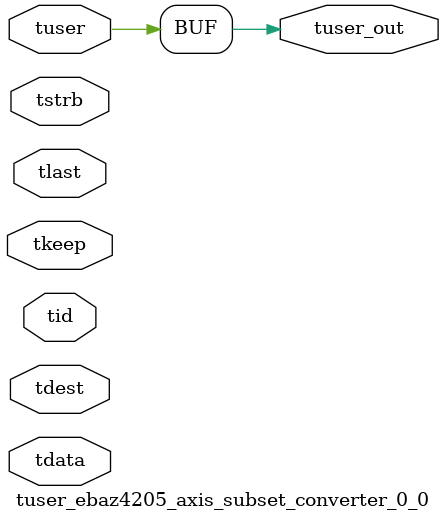
<source format=v>


`timescale 1ps/1ps

module tuser_ebaz4205_axis_subset_converter_0_0 #
(
parameter C_S_AXIS_TUSER_WIDTH = 1,
parameter C_S_AXIS_TDATA_WIDTH = 32,
parameter C_S_AXIS_TID_WIDTH   = 0,
parameter C_S_AXIS_TDEST_WIDTH = 0,
parameter C_M_AXIS_TUSER_WIDTH = 1
)
(
input  [(C_S_AXIS_TUSER_WIDTH == 0 ? 1 : C_S_AXIS_TUSER_WIDTH)-1:0     ] tuser,
input  [(C_S_AXIS_TDATA_WIDTH == 0 ? 1 : C_S_AXIS_TDATA_WIDTH)-1:0     ] tdata,
input  [(C_S_AXIS_TID_WIDTH   == 0 ? 1 : C_S_AXIS_TID_WIDTH)-1:0       ] tid,
input  [(C_S_AXIS_TDEST_WIDTH == 0 ? 1 : C_S_AXIS_TDEST_WIDTH)-1:0     ] tdest,
input  [(C_S_AXIS_TDATA_WIDTH/8)-1:0 ] tkeep,
input  [(C_S_AXIS_TDATA_WIDTH/8)-1:0 ] tstrb,
input                                                                    tlast,
output [C_M_AXIS_TUSER_WIDTH-1:0] tuser_out
);

assign tuser_out = {tuser[0:0]};

endmodule


</source>
